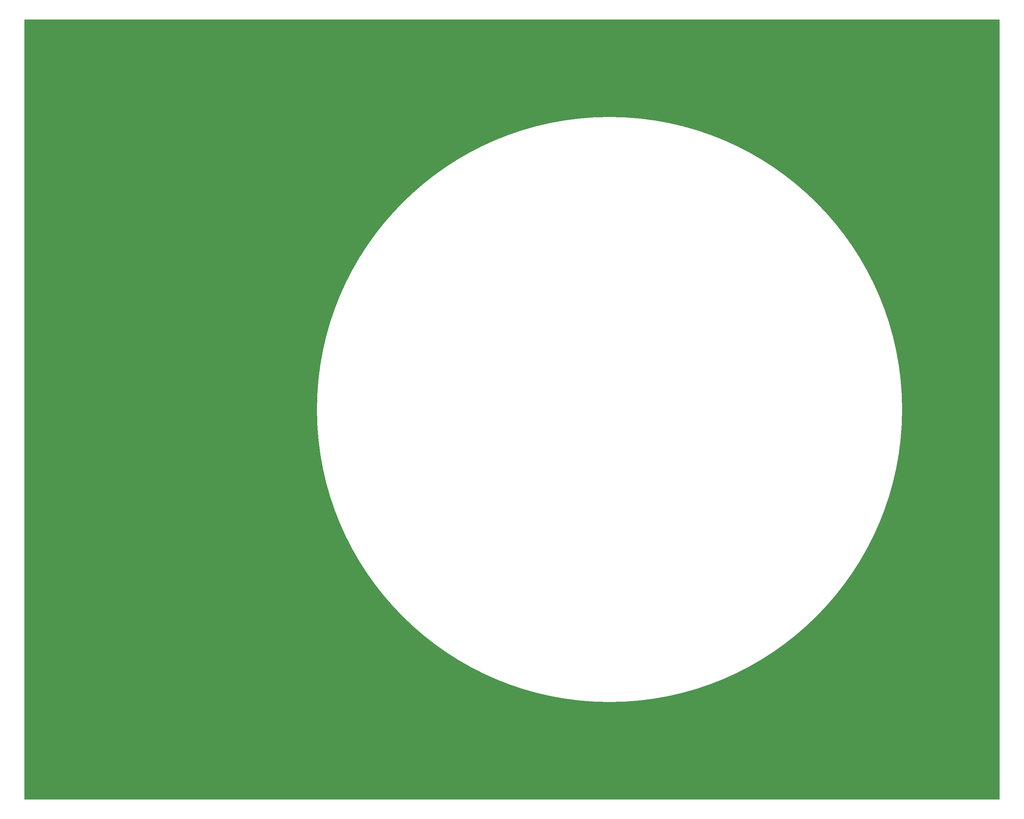
<source format=gbr>
From c3ca4f95bd59f69d45e582a4149327f57a360760 Mon Sep 17 00:00:00 2001
From: jaseg <git@jaseg.de>
Date: Sun, 30 Jan 2022 20:11:38 +0100
Subject: Rename gerbonara/gerber package to just gerbonara

---
 gerbonara/tests/resources/example_cutin.gbr | 19 +++++++++++++++++++
 1 file changed, 19 insertions(+)
 create mode 100644 gerbonara/tests/resources/example_cutin.gbr

(limited to 'gerbonara/tests/resources/example_cutin.gbr')

diff --git a/gerbonara/tests/resources/example_cutin.gbr b/gerbonara/tests/resources/example_cutin.gbr
new file mode 100644
index 0000000..52a3279
--- /dev/null
+++ b/gerbonara/tests/resources/example_cutin.gbr
@@ -0,0 +1,19 @@
+G04 Ucamco cut-in example*
+%FSLAX24Y24*%
+%MOIN*%
+G75*
+G36*
+X20000Y100000D02*
+G01*
+X120000D01*
+Y20000D01*
+X20000D01*
+Y60000D01*
+X50000D01*
+G03*
+X50000Y60000I30000J0D01*
+G01*
+X20000D01*
+Y100000D01*
+G37*
+M02*
-- 
cgit 


</source>
